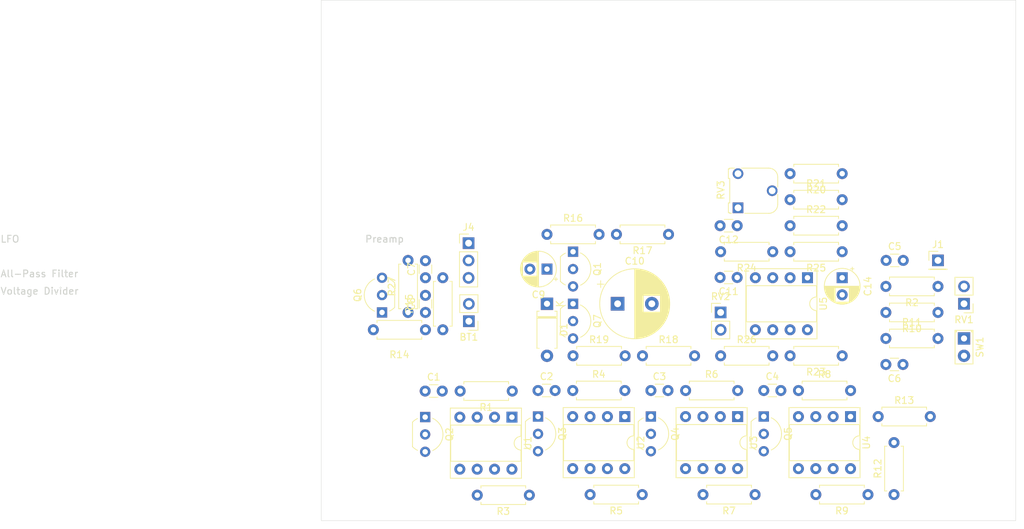
<source format=kicad_pcb>
(kicad_pcb (version 20240108) (generator "pcbnew") (generator_version "8.0")
  (layers (0 "F.Cu" signal) (1 "In1.Cu" signal) (2 "In2.Cu" signal) (31 "B.Cu" signal) (37 "F.SilkS" user "F.Silkscreen") (38 "B.Mask" user) (39 "F.Mask" user) (44 "Edge.Cuts" user))
  (net 0 "")
  (net 1 "+9V")
  (net 2 "Net-(BT1--)")
  (net 3 "Net-(U1-+)")
  (net 4 "A_DRY")
  (net 5 "Net-(U2-+)")
  (net 6 "Net-(Q3-D)")
  (net 7 "Net-(U3-+)")
  (net 8 "Net-(Q4-D)")
  (net 9 "Net-(Q5-D)")
  (net 10 "Net-(U4-+)")
  (net 11 "Net-(C5-Pad1)")
  (net 12 "A_WET")
  (net 13 "Net-(SW1-B)")
  (net 14 "Net-(Q6-B)")
  (net 15 "+4V")
  (net 16 "GND")
  (net 17 "+7V")
  (net 18 "LFO_OUT1")
  (net 19 "Net-(U5--)")
  (net 20 "Net-(C12-Pad2)")
  (net 21 "Net-(C14-Pad1)")
  (net 22 "Net-(D1-K)")
  (net 23 "Net-(Q1-B)")
  (net 24 "Net-(U1--)")
  (net 25 "Net-(U2--)")
  (net 26 "Net-(U3--)")
  (net 27 "Net-(U4--)")
  (net 28 "Net-(R12-Pad1)")
  (net 29 "Net-(R20-Pad2)")
  (net 30 "Net-(R21-Pad1)")
  (net 31 "Net-(U5-+)")
  (net 32 "Net-(R26-Pad1)")
  (net 33 "Net-(SW1-A)")
  (net 49 "4V")
  (net 50 "Net-(R26-Pad2)")
  (net 51 "Net-(J4-T)")
  (net 52 "Net-(J1-T)")
  (footprint "Capacitor_THT:C_Disc_D3.0mm_W1.6mm_P2.50mm" (layer "F.Cu") (at 30.48 60.96 90)
    (property "Reference" "C8" (at 1.25 -2.05 270) (layer "F.SilkS"))
    (property "Value" "102")
    (pad "1" thru_hole circle (at 0 0 90) (size 1.6 1.6) (drill 0.8) (layers "*.Cu" "*.Mask") (net 16 "GND"))
    (pad "2" thru_hole circle (at 2.5 0 90) (size 1.6 1.6) (drill 0.8) (layers "*.Cu" "*.Mask") (net 14 "Net-(Q6-B)"))
  )
  (footprint "Resistor_THT:R_Axial_DIN0207_L6.3mm_D2.5mm_P7.62mm_Horizontal" (layer "F.Cu") (at 81.28 52.07 180)
    (property "Reference" "R24" (at 3.81 -2.37 180) (layer "F.SilkS"))
    (property "Value" "510K")
    (pad "1" thru_hole circle (at 0 0 180) (size 1.6 1.6) (drill 0.8) (layers "*.Cu" "*.Mask") (net 31 "Net-(U5-+)"))
    (pad "2" thru_hole oval (at 7.62 0 180) (size 1.6 1.6) (drill 0.8) (layers "*.Cu" "*.Mask") (net 20 "Net-(C12-Pad2)"))
  )
  (footprint "Resistor_THT:R_Axial_DIN0207_L6.3mm_D2.5mm_P7.62mm_Horizontal" (layer "F.Cu") (at 66.04 49.53 180)
    (property "Reference" "R17" (at 3.81 -2.37 180) (layer "F.SilkS"))
    (property "Value" "47K")
    (pad "1" thru_hole circle (at 0 0 180) (size 1.6 1.6) (drill 0.8) (layers "*.Cu" "*.Mask") (net 23 "Net-(Q1-B)"))
    (pad "2" thru_hole oval (at 7.62 0 180) (size 1.6 1.6) (drill 0.8) (layers "*.Cu" "*.Mask") (net 16 "GND"))
  )
  (footprint "MountingHole:MountingHole_6mm" (layer "F.Cu") (at 111.76 86.36)
    (property "Reference" "REF**" (hide yes))
    (property "Value" "MountingHole_6mm" (hide yes))
    (pad "" np_thru_hole circle (at 0 0) (size 6 6) (drill 6) (layers "*.Cu" "*.Mask"))
  )
  (footprint "Capacitor_THT:C_Disc_D3.0mm_W1.6mm_P2.50mm" (layer "F.Cu") (at 100.33 68.58 180)
    (property "Reference" "C6" (at 1.25 -2.05 180) (layer "F.SilkS"))
    (property "Value" "154")
    (pad "1" thru_hole circle (at 0 0 180) (size 1.6 1.6) (drill 0.8) (layers "*.Cu" "*.Mask") (net 12 "A_WET"))
    (pad "2" thru_hole circle (at 2.5 0 180) (size 1.6 1.6) (drill 0.8) (layers "*.Cu" "*.Mask") (net 13 "Net-(SW1-B)"))
  )
  (footprint "Resistor_THT:R_Axial_DIN0207_L6.3mm_D2.5mm_P7.62mm_Horizontal" (layer "F.Cu") (at 99.02 87.63 90)
    (property "Reference" "R12" (at 3.81 -2.37 270) (layer "F.SilkS"))
    (property "Value" "22K")
    (pad "1" thru_hole circle (at 0 0 90) (size 1.6 1.6) (drill 0.8) (layers "*.Cu" "*.Mask") (net 28 "Net-(R12-Pad1)"))
    (pad "2" thru_hole oval (at 7.62 0 90) (size 1.6 1.6) (drill 0.8) (layers "*.Cu" "*.Mask") (net 12 "A_WET"))
  )
  (footprint "Resistor_THT:R_Axial_DIN0207_L6.3mm_D2.5mm_P7.62mm_Horizontal" (layer "F.Cu") (at 45.68 87.71 180)
    (property "Reference" "R3" (at 3.81 -2.37 180) (layer "F.SilkS"))
    (property "Value" "100K")
    (pad "1" thru_hole circle (at 0 0 180) (size 1.6 1.6) (drill 0.8) (layers "*.Cu" "*.Mask") (net 24 "Net-(U1--)"))
    (pad "2" thru_hole oval (at 7.62 0 180) (size 1.6 1.6) (drill 0.8) (layers "*.Cu" "*.Mask") (net 6 "Net-(Q3-D)"))
  )
  (footprint "Resistor_THT:R_Axial_DIN0207_L6.3mm_D2.5mm_P7.62mm_Horizontal" (layer "F.Cu") (at 83.82 48.26)
    (property "Reference" "R22" (at 3.81 -2.37 0) (layer "F.SilkS"))
    (property "Value" "10K")
    (pad "1" thru_hole circle (at 0 0) (size 1.6 1.6) (drill 0.8) (layers "*.Cu" "*.Mask") (net 30 "Net-(R21-Pad1)"))
    (pad "2" thru_hole oval (at 7.62 0) (size 1.6 1.6) (drill 0.8) (layers "*.Cu" "*.Mask") (net 21 "Net-(C14-Pad1)"))
  )
  (footprint "Capacitor_THT:C_Disc_D3.0mm_W1.6mm_P2.50mm" (layer "F.Cu") (at 46.95 72.39)
    (property "Reference" "C2" (at 1.25 -2.05 0) (layer "F.SilkS"))
    (property "Value" "103")
    (pad "1" thru_hole circle (at 0 0) (size 1.6 1.6) (drill 0.8) (layers "*.Cu" "*.Mask") (net 6 "Net-(Q3-D)"))
    (pad "2" thru_hole circle (at 2.5 0) (size 1.6 1.6) (drill 0.8) (layers "*.Cu" "*.Mask") (net 5 "Net-(U2-+)"))
  )
  (footprint "Capacitor_THT:C_Disc_D3.0mm_W1.6mm_P2.50mm" (layer "F.Cu") (at 79.97 72.39)
    (property "Reference" "C4" (at 1.25 -2.05 0) (layer "F.SilkS"))
    (property "Value" "103")
    (pad "1" thru_hole circle (at 0 0) (size 1.6 1.6) (drill 0.8) (layers "*.Cu" "*.Mask") (net 9 "Net-(Q5-D)"))
    (pad "2" thru_hole circle (at 2.5 0) (size 1.6 1.6) (drill 0.8) (layers "*.Cu" "*.Mask") (net 10 "Net-(U4-+)"))
  )
  (footprint "Package_DIP:DIP-8_W7.62mm_Socket" (layer "F.Cu") (at 86.36 55.88 -90)
    (property "Reference" "U5" (at 3.81 -2.33 90) (layer "F.SilkS"))
    (property "Value" "LM741")
    (pad "1" thru_hole rect (at 0 0 270) (size 1.6 1.6) (drill 0.8) (layers "*.Cu" "*.Mask"))
    (pad "2" thru_hole oval (at 0 2.54 270) (size 1.6 1.6) (drill 0.8) (layers "*.Cu" "*.Mask") (net 19 "Net-(U5--)"))
    (pad "3" thru_hole oval (at 0 5.08 270) (size 1.6 1.6) (drill 0.8) (layers "*.Cu" "*.Mask") (net 31 "Net-(U5-+)"))
    (pad "4" thru_hole oval (at 0 7.62 270) (size 1.6 1.6) (drill 0.8) (layers "*.Cu" "*.Mask") (net 16 "GND"))
    (pad "5" thru_hole oval (at 7.62 7.62 270) (size 1.6 1.6) (drill 0.8) (layers "*.Cu" "*.Mask"))
    (pad "6" thru_hole oval (at 7.62 5.08 270) (size 1.6 1.6) (drill 0.8) (layers "*.Cu" "*.Mask") (net 50 "Net-(R26-Pad2)"))
    (pad "7" thru_hole oval (at 7.62 2.54 270) (size 1.6 1.6) (drill 0.8) (layers "*.Cu" "*.Mask") (net 15 "+4V"))
    (pad "8" thru_hole oval (at 7.62 0 270) (size 1.6 1.6) (drill 0.8) (layers "*.Cu" "*.Mask"))
  )
  (footprint "Capacitor_THT:C_Disc_D3.0mm_W1.6mm_P2.50mm" (layer "F.Cu") (at 97.87 53.34)
    (property "Reference" "C5" (at 1.25 -2.05 360) (layer "F.SilkS"))
    (property "Value" "154")
    (pad "1" thru_hole circle (at 0 0) (size 1.6 1.6) (drill 0.8) (layers "*.Cu" "*.Mask") (net 11 "Net-(C5-Pad1)"))
    (pad "2" thru_hole circle (at 2.5 0) (size 1.6 1.6) (drill 0.8) (layers "*.Cu" "*.Mask") (net 4 "A_DRY"))
  )
  (footprint "Package_TO_SOT_THT:TO-92_Inline_Wide" (layer "F.Cu") (at 46.95 76.2 -90)
    (property "Reference" "Q3" (at 2.54 -3.56 90) (layer "F.SilkS"))
    (property "Value" "2N5457 (JFET)")
    (pad "1" thru_hole rect (at 0 0 270) (size 1.5 1.5) (drill 0.8) (layers "*.Cu" "*.Mask") (net 6 "Net-(Q3-D)"))
    (pad "2" thru_hole circle (at 2.54 0 270) (size 1.5 1.5) (drill 0.8) (layers "*.Cu" "*.Mask") (net 49 "4V"))
    (pad "3" thru_hole circle (at 5.08 0 270) (size 1.5 1.5) (drill 0.8) (layers "*.Cu" "*.Mask") (net 18 "LFO_OUT1"))
  )
  (footprint "Capacitor_THT:C_Disc_D3.0mm_W1.6mm_P2.50mm" (layer "F.Cu") (at 30.48 55.88 90)
    (property "Reference" "C7" (at 1.25 -2.05 270) (layer "F.SilkS"))
    (property "Value" "154")
    (pad "1" thru_hole circle (at 0 0 90) (size 1.6 1.6) (drill 0.8) (layers "*.Cu" "*.Mask") (net 14 "Net-(Q6-B)"))
    (pad "2" thru_hole circle (at 2.5 0 90) (size 1.6 1.6) (drill 0.8) (layers "*.Cu" "*.Mask") (net 51 "Net-(J4-T)"))
  )
  (footprint "MountingHole:MountingHole_6mm" (layer "F.Cu") (at 20.32 35.56)
    (property "Reference" "REF**" (hide yes))
    (property "Value" "MountingHole_6mm" (hide yes))
    (pad "" np_thru_hole circle (at 0 0) (size 6 6) (drill 6) (layers "*.Cu" "*.Mask"))
  )
  (footprint "Resistor_THT:R_Axial_DIN0207_L6.3mm_D2.5mm_P7.62mm_Horizontal" (layer "F.Cu") (at 30.48 63.5 180)
    (property "Reference" "R14" (at 3.81 -3.64 180) (layer "F.SilkS"))
    (property "Value" "10K")
    (pad "1" thru_hole circle (at 0 0 180) (size 1.6 1.6) (drill 0.8) (layers "*.Cu" "*.Mask") (net 16 "GND"))
    (pad "2" thru_hole oval (at 7.62 0 180) (size 1.6 1.6) (drill 0.8) (layers "*.Cu" "*.Mask") (net 4 "A_DRY"))
  )
  (footprint "Resistor_THT:R_Axial_DIN0207_L6.3mm_D2.5mm_P7.62mm_Horizontal" (layer "F.Cu") (at 27.94 60.96 90)
    (property "Reference" "R27" (at 3.81 -2.37 270) (layer "F.SilkS"))
    (property "Value" "43K")
    (pad "1" thru_hole circle (at 0 0 90) (size 1.6 1.6) (drill 0.8) (layers "*.Cu" "*.Mask") (net 14 "Net-(Q6-B)"))
    (pad "2" thru_hole oval (at 7.62 0 90) (size 1.6 1.6) (drill 0.8) (layers "*.Cu" "*.Mask") (net 17 "+7V"))
  )
  (footprint "Resistor_THT:R_Axial_DIN0207_L6.3mm_D2.5mm_P7.62mm_Horizontal" (layer "F.Cu") (at 96.705 76.2)
    (property "Reference" "R13" (at 3.81 -2.37 0) (layer "F.SilkS"))
    (property "Value" "22K")
    (pad "1" thru_hole circle (at 0 0) (size 1.6 1.6) (drill 0.8) (layers "*.Cu" "*.Mask") (net 49 "4V"))
    (pad "2" thru_hole oval (at 7.62 0) (size 1.6 1.6) (drill 0.8) (layers "*.Cu" "*.Mask") (net 28 "Net-(R12-Pad1)"))
  )
  (footprint "MountingHole:MountingHole_6mm" (layer "F.Cu") (at 20.32 86.36)
    (property "Reference" "REF**" (hide yes))
    (property "Value" "MountingHole_6mm" (hide yes))
    (pad "" np_thru_hole circle (at 0 0) (size 6 6) (drill 6) (layers "*.Cu" "*.Mask"))
  )
  (footprint "Diode_THT:D_A-405_P7.62mm_Horizontal" (layer "F.Cu") (at 48.26 59.69 -90)
    (property "Reference" "D1" (at 3.81 -2.47 90) (layer "F.SilkS"))
    (property "Value" "D_Zener 7.5V")
    (fp_text user "K" (at 0 -1.9 90) (layer "F.SilkS"))
    (pad "1" thru_hole rect (at 0 0 270) (size 1.8 1.8) (drill 0.9) (layers "*.Cu" "*.Mask") (net 22 "Net-(D1-K)"))
    (pad "2" thru_hole oval (at 7.62 0 270) (size 1.8 1.8) (drill 0.9) (layers "*.Cu" "*.Mask") (net 16 "GND"))
  )
  (footprint "Package_TO_SOT_THT:TO-92_Inline_Wide" (layer "F.Cu") (at 52.07 59.69 -90)
    (property "Reference" "Q7" (at 2.54 -3.56 90) (layer "F.SilkS"))
    (property "Value" "2N3904")
    (pad "1" thru_hole rect (at 0 0 270) (size 1.5 1.5) (drill 0.8) (layers "*.Cu" "*.Mask") (net 17 "+7V"))
    (pad "2" thru_hole circle (at 2.54 0 270) (size 1.5 1.5) (drill 0.8) (layers "*.Cu" "*.Mask") (net 22 "Net-(D1-K)"))
    (pad "3" thru_hole circle (at 5.08 0 270) (size 1.5 1.5) (drill 0.8) (layers "*.Cu" "*.Mask") (net 1 "+9V"))
  )
  (footprint "Package_TO_SOT_THT:TO-92_Inline_Wide" (layer "F.Cu") (at 63.46 76.2 -90)
    (property "Reference" "Q4" (at 2.54 -3.56 90) (layer "F.SilkS"))
    (property "Value" "2N5457 (JFET)")
    (pad "1" thru_hole rect (at 0 0 270) (size 1.5 1.5) (drill 0.8) (layers "*.Cu" "*.Mask") (net 8 "Net-(Q4-D)"))
    (pad "2" thru_hole circle (at 2.54 0 270) (size 1.5 1.5) (drill 0.8) (layers "*.Cu" "*.Mask") (net 49 "4V"))
    (pad "3" thru_hole circle (at 5.08 0 270) (size 1.5 1.5) (drill 0.8) (layers "*.Cu" "*.Mask") (net 18 "LFO_OUT1"))
  )
  (footprint "Resistor_THT:R_Axial_DIN0207_L6.3mm_D2.5mm_P7.62mm_Horizontal" (layer "F.Cu") (at 95.21 87.63 180)
    (property "Reference" "R9" (at 3.81 -2.37 180) (layer "F.SilkS"))
    (property "Value" "100K")
    (pad "1" thru_hole circle (at 0 0 180) (size 1.6 1.6) (drill 0.8) (layers "*.Cu" "*.Mask") (net 27 "Net-(U4--)"))
    (pad "2" thru_hole oval (at 7.62 0 180) (size 1.6 1.6) (drill 0.8) (layers "*.Cu" "*.Mask") (net 28 "Net-(R12-Pad1)"))
  )
  (footprint "Resistor_THT:R_Axial_DIN0207_L6.3mm_D2.5mm_P7.62mm_Horizontal" (layer "F.Cu") (at 78.7 87.63 180)
    (property "Reference" "R7" (at 3.81 -2.37 180) (layer "F.SilkS"))
    (property "Value" "100K")
    (pad "1" thru_hole circle (at 0 0 180) (size 1.6 1.6) (drill 0.8) (layers "*.Cu" "*.Mask") (net 26 "Net-(U3--)"))
    (pad "2" thru_hole oval (at 7.62 0 180) (size 1.6 1.6) (drill 0.8) (layers "*.Cu" "*.Mask") (net 9 "Net-(Q5-D)"))
  )
  (footprint "Resistor_THT:R_Axial_DIN0207_L6.3mm_D2.5mm_P7.62mm_Horizontal" (layer "F.Cu") (at 85.05 72.39)
    (property "Reference" "R8" (at 3.81 -2.37 360) (layer "F.SilkS"))
    (property "Value" "100K")
    (pad "1" thru_hole circle (at 0 0) (size 1.6 1.6) (drill 0.8) (layers "*.Cu" "*.Mask") (net 9 "Net-(Q5-D)"))
    (pad "2" thru_hole oval (at 7.62 0) (size 1.6 1.6) (drill 0.8) (layers "*.Cu" "*.Mask") (net 27 "Net-(U4--)"))
  )
  (footprint "Resistor_THT:R_Axial_DIN0207_L6.3mm_D2.5mm_P7.62mm_Horizontal" (layer "F.Cu") (at 33.02 63.5 90)
    (property "Reference" "R15" (at 3.81 -4.91 270) (layer "F.SilkS"))
    (property "Value" "100K")
    (pad "1" thru_hole circle (at 0 0 90) (size 1.6 1.6) (drill 0.8) (layers "*.Cu" "*.Mask") (net 16 "GND"))
    (pad "2" thru_hole oval (at 7.62 0 90) (size 1.6 1.6) (drill 0.8) (layers "*.Cu" "*.Mask") (net 14 "Net-(Q6-B)"))
  )
  (footprint "Package_DIP:DIP-8_W7.62mm_Socket" (layer "F.Cu") (at 43.13 76.29 -90)
    (property "Reference" "U1" (at 3.81 -2.33 90) (layer "F.SilkS"))
    (property "Value" "LM741")
    (pad "1" thru_hole rect (at 0 0 270) (size 1.6 1.6) (drill 0.8) (layers "*.Cu" "*.Mask"))
    (pad "2" thru_hole oval (at 0 2.54 270) (size 1.6 1.6) (drill 0.8) (layers "*.Cu" "*.Mask") (net 24 "Net-(U1--)"))
    (pad "3" thru_hole oval (at 0 5.08 270) (size 1.6 1.6) (drill 0.8) (layers "*.Cu" "*.Mask") (net 3 "Net-(U1-+)"))
    (pad "4" thru_hole oval (at 0 7.62 270) (size 1.6 1.6) (drill 0.8) (layers "*.Cu" "*.Mask") (net 16 "GND"))
    (pad "5" thru_hole oval (at 7.62 7.62 270) (size 1.6 1.6) (drill 0.8) (layers "*.Cu" "*.Mask"))
    (pad "6" thru_hole oval (at 7.62 5.08 270) (size 1.6 1.6) (drill 0.8) (layers "*.Cu" "*.Mask") (net 6 "Net-(Q3-D)"))
    (pad "7" thru_hole oval (at 7.62 2.54 270) (size 1.6 1.6) (drill 0.8) (layers "*.Cu" "*.Mask") (net 17 "+7V"))
    (pad "8" thru_hole oval (at 7.62 0 270) (size 1.6 1.6) (drill 0.8) (layers "*.Cu" "*.Mask"))
  )
  (footprint "Package_TO_SOT_THT:TO-92_Inline_Wide" (layer "F.Cu") (at 79.97 76.2 -90)
    (property "Reference" "Q5" (at 2.54 -3.56 90) (layer "F.SilkS"))
    (property "Value" "2N5457 (JFET)")
    (pad "1" thru_hole rect (at 0 0 270) (size 1.5 1.5) (drill 0.8) (layers "*.Cu" "*.Mask") (net 9 "Net-(Q5-D)"))
    (pad "2" thru_hole circle (at 2.54 0 270) (size 1.5 1.5) (drill 0.8) (layers "*.Cu" "*.Mask") (net 49 "4V"))
    (pad "3" thru_hole circle (at 5.08 0 270) (size 1.5 1.5) (drill 0.8) (layers "*.Cu" "*.Mask") (net 18 "LFO_OUT1"))
  )
  (footprint "Potentiometer_THT:Potentiometer_Runtron_RM-065_Vertical" (layer "F.Cu") (at 76.2 45.64 90)
    (property "Reference" "RV3" (at 2.6 -2.5 270) (layer "F.SilkS"))
    (property "Value" "100K")
    (pad "1" thru_hole rect (at 0 0 90) (size 1.56 1.56) (drill 1) (layers "*.Cu" "*.Mask") (net 15 "+4V"))
    (pad "2" thru_hole circle (at 2.5 5 90) (size 1.56 1.56) (drill 1) (layers "*.Cu" "*.Mask") (net 29 "Net-(R20-Pad2)"))
    (pad "3" thru_hole circle (at 5 0 90) (size 1.56 1.56) (drill 1) (layers "*.Cu" "*.Mask") (net 16 "GND"))
  )
  (footprint "Resistor_THT:R_Axial_DIN0207_L6.3mm_D2.5mm_P7.62mm_Horizontal" (layer "F.Cu") (at 52.07 67.31)
    (property "Reference" "R19" (at 3.81 -2.37 360) (layer "F.SilkS"))
    (property "Value" "2.2K")
    (pad "1" thru_hole circle (at 0 0) (size 1.6 1.6) (drill 0.8) (layers "*.Cu" "*.Mask") (net 1 "+9V"))
    (pad "2" thru_hole oval (at 7.62 0) (size 1.6 1.6) (drill 0.8) (layers "*.Cu" "*.Mask") (net 22 "Net-(D1-K)"))
  )
  (footprint "Capacitor_THT:C_Disc_D3.0mm_W1.6mm_P2.50mm" (layer "F.Cu") (at 30.44 72.47)
    (property "Reference" "C1" (at 1.25 -2.05 0) (layer "F.SilkS"))
    (property "Value" "103")
    (pad "1" thru_hole circle (at 0 0) (size 1.6 1.6) (drill 0.8) (layers "*.Cu" "*.Mask") (net 4 "A_DRY"))
    (pad "2" thru_hole circle (at 2.5 0) (size 1.6 1.6) (drill 0.8) (layers "*.Cu" "*.Mask") (net 3 "Net-(U1-+)"))
  )
  (footprint "Resistor_THT:R_Axial_DIN0207_L6.3mm_D2.5mm_P7.62mm_Horizontal" (layer "F.Cu") (at 105.45 57.15 180)
    (property "Reference" "R2" (at 3.81 -2.37 180) (layer "F.SilkS"))
    (property "Value" "2.2K")
    (pad "1" thru_hole circle (at 0 0 180) (size 1.6 1.6) (drill 0.8) (layers "*.Cu" "*.Mask") (net 52 "Net-(J1-T)"))
    (pad "2" thru_hole oval (at 7.62 0 180) (size 1.6 1.6) (drill 0.8) (layers "*.Cu" "*.Mask") (net 11 "Net-(C5-Pad1)"))
  )
  (footprint "Package_TO_SOT_THT:TO-92_Inline_Wide" (layer "F.Cu") (at 30.44 76.28 -90)
    (property "Reference" "Q2" (at 2.54 -3.56 90) (layer "F.SilkS"))
    (property "Value" "2N5457 (JFET)")
    (pad "1" thru_hole rect (at 0 0 270) (size 1.5 1.5) (drill 0.8) (layers "*.Cu" "*.Mask") (net 4 "A_DRY"))
    (pad "2" thru_hole circle (at 2.54 0 270) (size 1.5 1.5) (drill 0.8) (layers "*.Cu" "*.Mask") (net 49 "4V"))
    (pad "3" thru_hole circle (at 5.08 0 270) (size 1.5 1.5) (drill 0.8) (layers "*.Cu" "*.Mask") (net 18 "LFO_OUT1"))
  )
  (footprint "Capacitor_THT:CP_Radial_D5.0mm_P2.50mm" (layer "F.Cu") (at 91.44 55.88 -90)
    (property "Reference" "C14" (at 1.25 -3.75 90) (layer "F.SilkS"))
    (property "Value" "10µF")
    (pad "1" thru_hole rect (at 0 0 270) (size 1.6 1.6) (drill 0.8) (layers "*.Cu" "*.Mask") (net 21 "Net-(C14-Pad1)"))
    (pad "2" thru_hole circle (at 2.5 0 270) (size 1.6 1.6) (drill 0.8) (layers "*.Cu" "*.Mask") (net 16 "GND"))
  )
  (footprint "Resistor_THT:R_Axial_DIN0207_L6.3mm_D2.5mm_P7.62mm_Horizontal" (layer "F.Cu") (at 62.19 87.63 180)
    (property "Reference" "R5" (at 3.81 -2.37 180) (layer "F.SilkS"))
    (property "Value" "100K")
    (pad "1" thru_hole circle (at 0 0 180) (size 1.6 1.6) (drill 0.8) (layers "*.Cu" "*.Mask") (net 25 "Net-(U2--)"))
    (pad "2" thru_hole oval (at 7.62 0 180) (size 1.6 1.6) (drill 0.8) (layers "*.Cu" "*.Mask") (net 8 "Net-(Q4-D)"))
  )
  (footprint "Connector_PinHeader_2.54mm:PinHeader_1x02_P2.54mm_Vertical" (layer "F.Cu") (at 109.26 59.69 180)
    (property "Reference" "RV1" (at 0 -2.33 180) (layer "F.SilkS"))
    (property "Value" "50K")
    (pad "1" thru_hole rect (at 0 0 180) (size 1.7 1.7) (drill 1) (layers "*.Cu" "*.Mask") (net 33 "Net-(SW1-A)"))
    (pad "2" thru_hole oval (at 0 2.54 180) (size 1.7 1.7) (drill 1) (layers "*.Cu" "*.Mask") (net 52 "Net-(J1-T)"))
  )
  (footprint "Package_DIP:DIP-8_W7.62mm_Socket" (layer "F.Cu") (at 92.66 76.21 -90)
    (property "Reference" "U4" (at 3.81 -2.33 90) (layer "F.SilkS"))
    (property "Value" "LM741")
    (pad "1" thru_hole rect (at 0 0 270) (size 1.6 1.6) (drill 0.8) (layers "*.Cu" "*.Mask"))
    (pad "2" thru_hole oval (at 0 2.54 270) (size 1.6 1.6) (drill 0.8) (layers "*.Cu" "*.Mask") (net 27 "Net-(U4--)"))
    (pad "3" thru_hole oval (at 0 5.08 270) (size 1.6 1.6) (drill 0.8) (layers "*.Cu" "*.Mask") (net 10 "Net-(U4-+)"))
    (pad "4" thru_hole oval (at 0 7.62 270) (size 1.6 1.6) (drill 0.8) (layers "*.Cu" "*.Mask") (net 16 "GND"))
    (pad "5" thru_hole oval (at 7.62 7.62 270) (size 1.6 1.6) (drill 0.8) (layers "*.Cu" "*.Mask"))
    (pad "6" thru_hole oval (at 7.62 5.08 270) (size 1.6 1.6) (drill 0.8) (layers "*.Cu" "*.Mask") (net 12 "A_WET"))
    (pad "7" thru_hole oval (at 7.62 2.54 270) (size 1.6 1.6) (drill 0.8) (layers "*.Cu" "*.Mask") (net 17 "+7V"))
    (pad "8" thru_hole oval (at 7.62 0 270) (size 1.6 1.6) (drill 0.8) (layers "*.Cu" "*.Mask"))
  )
  (footprint "Resistor_THT:R_Axial_DIN0207_L6.3mm_D2.5mm_P7.62mm_Horizontal" (layer "F.Cu") (at 97.83 64.77)
    (property "Reference" "R11" (at 3.81 -2.37 360) (layer "F.SilkS"))
    (property "Value" "100K")
    (pad "1" thru_hole circle (at 0 0) (size 1.6 1.6) (drill 0.8) (layers "*.Cu" "*.Mask") (net 13 "Net-(SW1-B)"))
    (pad "2" thru_hole oval (at 7.62 0) (size 1.6 1.6) (drill 0.8) (layers "*.Cu" "*.Mask") (net 16 "GND"))
  )
  (footprint "Capacitor_THT:C_Disc_D3.0mm_W1.6mm_P2.50mm" (layer "F.Cu") (at 63.46 72.39)
    (property "Reference" "C3" (at 1.25 -2.05 0) (layer "F.SilkS"))
    (property "Value" "103")
    (pad "1" thru_hole circle (at 0 0) (size 1.6 1.6) (drill 0.8) (layers "*.Cu" "*.Mask") (net 8 "Net-(Q4-D)"))
    (pad "2" thru_hole circle (at 2.5 0) (size 1.6 1.6) (drill 0.8) (layers "*.Cu" "*.Mask") (net 7 "Net-(U3-+)"))
  )
  (footprint "Capacitor_THT:C_Disc_D3.0mm_W1.6mm_P2.50mm" (layer "F.Cu") (at 76.08 55.84 180)
    (property "Reference" "C11" (at 1.25 -2.05 180) (layer "F.SilkS"))
    (property "Value" "334")
    (pad "1" thru_hole circle (at 0 0 180) (size 1.6 1.6) (drill 0.8) (layers "*.Cu" "*.Mask") (net 16 "GND"))
    (pad "2" thru_hole circle (at 2.5 0 180) (size 1.6 1.6) (drill 0.8) (layers "*.Cu" "*.Mask") (net 18 "LFO_OUT1"))
  )
  (footprint "Resistor_THT:R_Axial_DIN0207_L6.3mm_D2.5mm_P7.62mm_Horizontal" (layer "F.Cu") (at 52.03 72.39)
    (property "Reference" "R4" (at 3.81 -2.37 360) (layer "F.SilkS"))
    (property "Value" "100K")
    (pad "1" thru_hole circle (at 0 0) (size 1.6 1.6) (drill 0.8) (layers "*.Cu" "*.Mask") (net 6 "Net-(Q3-D)"))
    (pad "2" thru_hole oval (at 7.62 0) (size 1.6 1.6) (drill 0.8) (layers "*.Cu" "*.Mask") (net 25 "Net-(U2--)"))
  )
  (footprint "Resistor_THT:R_Axial_DIN0207_L6.3mm_D2.5mm_P7.62mm_Horizontal" (layer "F.Cu") (at 68.54 72.39)
    (property "Reference" "R6" (at 3.81 -2.37 360) (layer "F.SilkS"))
    (property "Value" "100K")
    (pad "1" thru_hole circle (at 0 0) (size 1.6 1.6) (drill 0.8) (layers "*.Cu" "*.Mask") (net 8 "Net-(Q4-D)"))
    (pad "2" thru_hole oval (at 7.62 0) (size 1.6 1.6) (drill 0.8) (layers "*.Cu" "*.Mask") (net 26 "Net-(U3--)"))
  )
  (footprint "Resistor_THT:R_Axial_DIN0207_L6.3mm_D2.5mm_P7.62mm_Horizontal" (layer "F.Cu") (at 105.45 60.96 180)
    (property "Reference" "R10" (at 3.81 -2.37 180) (layer "F.SilkS"))
    (property "Value" "100K")
    (pad "1" thru_hole circle (at 0 0 180) (size 1.6 1.6) (drill 0.8) (layers "*.Cu" "*.Mask") (net 16 "GND"))
    (pad "2" thru_hole oval (at 7.62 0 180) (size 1.6 1.6) (drill 0.8) (layers "*.Cu" "*.Mask") (net 11 "Net-(C5-Pad1)"))
  )
  (footprint "MountingHole:MountingHole_6mm" (layer "F.Cu") (at 111.76 35.56)
    (property "Reference" "REF**" (hide yes))
    (property "Value" "MountingHole_6mm" (hide yes))
    (pad "" np_thru_hole circle (at 0 0) (size 6 6) (drill 6) (layers "*.Cu" "*.Mask"))
  )
  (footprint "Capacitor_THT:CP_Radial_D5.0mm_P2.50mm" (layer "F.Cu") (at 48.26 54.61 180)
    (property "Reference" "C9" (at 1.25 -3.75 180) (layer "F.SilkS"))
    (property "Value" "22µF")
    (pad "1" thru_hole rect (at 0 0 180) (size 1.6 1.6) (drill 0.8) (layers "*.Cu" "*.Mask") (net 15 "+4V"))
    (pad "2" thru_hole circle (at 2.5 0 180) (size 1.6 1.6) (drill 0.8) (layers "*.Cu" "*.Mask") (net 16 "GND"))
  )
  (footprint "Package_TO_SOT_THT:TO-92_Inline_Wide" (layer "F.Cu") (at 24.13 60.96 90)
    (property "Reference" "Q6" (at 2.54 -3.56 270) (layer "F.SilkS"))
    (property "Value" "2N3904")
    (pad "1" thru_hole rect (at 0 0 90) (size 1.5 1.5) (drill 0.8) (layers "*.Cu" "*.Mask") (net 4 "A_DRY"))
    (pad "2" thru_hole circle (at 2.54 0 90) (size 1.5 1.5) (drill 0.8) (layers "*.Cu" "*.Mask") (net 14 "Net-(Q6-B)"))
    (pad "3" thru_hole circle (at 5.08 0 90) (size 1.5 1.5) (drill 0.8) (layers "*.Cu" "*.Mask") (net 17 "+7V"))
  )
  (footprint "Resistor_THT:R_Axial_DIN0207_L6.3mm_D2.5mm_P7.62mm_Horizontal" (layer "F.Cu") (at 43.18 72.47 180)
    (property "Reference" "R1" (at 3.81 -2.37 180) (layer "F.SilkS"))
    (property "Value" "100K")
    (pad "1" thru_hole circle (at 0 0 180) (size 1.6 1.6) (drill 0.8) (layers "*.Cu" "*.Mask") (net 4 "A_DRY"))
    (pad "2" thru_hole oval (at 7.62 0 180) (size 1.6 1.6) (drill 0.8) (layers "*.Cu" "*.Mask") (net 24 "Net-(U1--)"))
  )
  (footprint "Capacitor_THT:CP_Radial_D10.0mm_P5.00mm" (layer "F.Cu") (at 58.592323 59.69)
    (property "Reference" "C10" (at 2.5 -6.25 0) (layer "F.SilkS"))
    (property "Value" "220µF")
    (pad "1" thru_hole rect (at 0 0) (size 2 2) (drill 1) (layers "*.Cu" "*.Mask") (net 17 "+7V"))
    (pad "2" thru_hole circle (at 5 0) (size 2 2) (drill 1) (layers "*.Cu" "*.Mask") (net 16 "GND"))
  )
  (footprint "Connector_PinHeader_2.54mm:PinHeader_1x02_P2.54mm_Vertical" (layer "F.Cu") (at 36.83 62.245 180)
    (property "Reference" "BT1" (at 0 -2.33 180) (layer "F.SilkS"))
    (property "Value" "9V")
    (pad "1" thru_hole rect (at 0 0 180) (size 1.7 1.7) (drill 1) (layers "*.Cu" "*.Mask") (net 1 "+9V"))
    (pad "2" thru_hole oval (at 0 2.54 180) (size 1.7 1.7) (drill 1) (layers "*.Cu" "*.Mask") (net 2 "Net-(BT1--)"))
  )
  (footprint "Capacitor_THT:C_Disc_D3.0mm_W1.6mm_P2.50mm" (layer "F.Cu") (at 76.08 48.26 180)
    (property "Reference" "C12" (at 1.25 -2.05 180) (layer "F.SilkS"))
    (property "Value" "223")
    (pad "1" thru_hole circle (at 0 0 180) (size 1.6 1.6) (drill 0.8) (layers "*.Cu" "*.Mask") (net 19 "Net-(U5--)"))
    (pad "2" thru_hole circle (at 2.5 0 180) (size 1.6 1.6) (drill 0.8) (layers "*.Cu" "*.Mask") (net 20 "Net-(C12-Pad2)"))
  )
  (footprint "Connector_PinHeader_2.54mm:PinHeader_1x03_P2.54mm_Vertical" (layer "F.Cu") (at 36.79 50.815)
    (property "Reference" "J4" (at 0 -2.33 0) (layer "F.SilkS"))
    (property "Value" "Audio In")
    (pad "1" thru_hole rect (at 0 0) (size 1.7 1.7) (drill 1) (layers "*.Cu" "*.Mask") (net 51 "Net-(J4-T)"))
    (pad "2" thru_hole oval (at 0 2.54) (size 1.7 1.7) (drill 1) (layers "*.Cu" "*.Mask") (net 16 "GND"))
    (pad "3" thru_hole oval (at 0 5.08) (size 1.7 1.7) (drill 1) (layers "*.Cu" "*.Mask") (net 2 "Net-(BT1--)"))
  )
  (footprint "Connector_PinHeader_2.54mm:PinHeader_1x02_P2.54mm_Vertical" (layer "F.Cu") (at 73.66 60.96)
    (property "Reference" "RV2" (at 0 -2.33 0) (layer "F.SilkS"))
    (property "Value" "50K")
    (pad "1" thru_hole rect (at 0 0) (size 1.7 1.7) (drill 1) (layers "*.Cu" "*.Mask") (net 30 "Net-(R21-Pad1)"))
    (pad "2" thru_hole oval (at 0 2.54) (size 1.7 1.7) (drill 1) (layers "*.Cu" "*.Mask") (net 32 "Net-(R26-Pad1)"))
  )
  (footprint "Resistor_THT:R_Axial_DIN0207_L6.3mm_D2.5mm_P7.62mm_Horizontal" (layer "F.Cu") (at 91.44 67.31 180)
    (property "Reference" "R23" (at 3.81 -2.37 180) (layer "F.SilkS"))
    (property "Value" "150K")
    (pad "1" thru_hole circle (at 0 0 180) (size 1.6 1.6) (drill 0.8) (layers "*.Cu" "*.Mask") (net 31 "Net-(U5-+)"))
    (pad "2" thru_hole oval (at 7.62 0 180) (size 1.6 1.6) (drill 0.8) (layers "*.Cu" "*.Mask") (net 15 "+4V"))
  )
  (footprint "Connector_PinHeader_2.54mm:PinHeader_1x01_P2.54mm_Vertical" (layer "F.Cu") (at 105.45 53.34)
    (property "Reference" "J1" (at 0 -2.33 360) (layer "F.SilkS"))
    (property "Value" "Audio  Out")
    (pad "1" thru_hole rect (at 0 0) (size 1.7 1.7) (drill 1) (layers "*.Cu" "*.Mask") (net 52 "Net-(J1-T)"))
  )
  (footprint "Resistor_THT:R_Axial_DIN0207_L6.3mm_D2.5mm_P7.62mm_Horizontal" (layer "F.Cu") (at 73.66 67.31)
    (property "Reference" "R26" (at 3.81 -2.37 0) (layer "F.SilkS"))
    (property "Value" "5.1K")
    (pad "1" thru_hole circle (at 0 0) (size 1.6 1.6) (drill 0.8) (layers "*.Cu" "*.Mask") (net 32 "Net-(R26-Pad1)"))
    (pad "2" thru_hole oval (at 7.62 0) (size 1.6 1.6) (drill 0.8) (layers "*.Cu" "*.Mask") (net 50 "Net-(R26-Pad2)"))
  )
  (footprint "Resistor_THT:R_Axial_DIN0207_L6.3mm_D2.5mm_P7.62mm_Horizontal" (layer "F.Cu") (at 83.82 44.45)
    (property "Reference" "R21" (at 3.81 -2.37 0) (layer "F.SilkS"))
    (property "Value" "510K")
    (pad "1" thru_hole circle (at 0 0) (size 1.6 1.6) (drill 0.8) (layers "*.Cu" "*.Mask") (net 30 "Net-(R21-Pad1)"))
    (pad "2" thru_hole oval (at 7.62 0) (size 1.6 1.6) (drill 0.8) (layers "*.Cu" "*.Mask") (net 18 "LFO_OUT1"))
  )
  (footprint "Package_DIP:DIP-8_W7.62mm_Socket" (layer "F.Cu") (at 59.64 76.21 -90)
    (property "Reference" "U2" (at 3.81 -2.33 90) (layer "F.SilkS"))
    (property "Value" "LM741")
    (pad "1" thru_hole rect (at 0 0 270) (size 1.6 1.6) (drill 0.8) (layers "*.Cu" "*.Mask"))
    (pad "2" thru_hole oval (at 0 2.54 270) (size 1.6 1.6) (drill 0.8) (layers "*.Cu" "*.Mask") (net 25 "Net-(U2--)"))
    (pad "3" thru_hole oval (at 0 5.08 270) (size 1.6 1.6) (drill 0.8) (layers "*.Cu" "*.Mask") (net 5 "Net-(U2-+)"))
    (pad "4" thru_hole oval (at 0 7.62 270) (size 1.6 1.6) (drill 0.8) (layers "*.Cu" "*.Mask") (net 16 "GND"))
    (pad "5" thru_hole oval (at 7.62 7.62 270) (size 1.6 1.6) (drill 0.8) (layers "*.Cu" "*.Mask"))
    (pad "6" thru_hole oval (at 7.62 5.08 270) (size 1.6 1.6) (drill 0.8) (layers "*.Cu" "*.Mask") (net 8 "Net-(Q4-D)"))
    (pad "7" thru_hole oval (at 7.62 2.54 270) (size 1.6 1.6) (drill 0.8) (layers "*.Cu" "*.Mask") (net 17 "+7V"))
    (pad "8" thru_hole oval (at 7.62 0 270) (size 1.6 1.6) (drill 0.8) (layers "*.Cu" "*.Mask"))
  )
  (footprint "Resistor_THT:R_Axial_DIN0207_L6.3mm_D2.5mm_P7.62mm_Horizontal" (layer "F.Cu") (at 91.44 40.64 180)
    (property "Reference" "R20" (at 3.81 -2.37 180) (layer "F.SilkS"))
    (property "Value" "390K")
    (pad "1" thru_hole circle (at 0 0 180) (size 1.6 1.6) (drill 0.8) (layers "*.Cu" "*.Mask") (net 18 "LFO_OUT1"))
    (pad "2" thru_hole oval (at 7.62 0 180) (size 1.6 1.6) (drill 0.8) (layers "*.Cu" "*.Mask") (net 29 "Net-(R20-Pad2)"))
  )
  (footprint "Package_DIP:DIP-8_W7.62mm_Socket" (layer "F.Cu") (at 76.15 76.21 -90)
    (property "Reference" "U3" (at 3.81 -2.33 90) (layer "F.SilkS"))
    (property "Value" "LM741")
    (pad "1" thru_hole rect (at 0 0 270) (size 1.6 1.6) (drill 0.8) (layers "*.Cu" "*.Mask"))
    (pad "2" thru_hole oval (at 0 2.54 270) (size 1.6 1.6) (drill 0.8) (layers "*.Cu" "*.Mask") (net 26 "Net-(U3--)"))
    (pad "3" thru_hole oval (at 0 5.08 270) (size 1.6 1.6) (drill 0.8) (layers "*.Cu" "*.Mask") (net 7 "Net-(U3-+)"))
    (pad "4" thru_hole oval (at 0 7.62 270) (size 1.6 1.6) (drill 0.8) (layers "*.Cu" "*.Mask") (net 16 "GND"))
    (pad "5" thru_hole oval (at 7.62 7.62 270) (size 1.6 1.6) (drill 0.8) (layers "*.Cu" "*.Mask"))
    (pad "6" thru_hole oval (at 7.62 5.08 270) (size 1.6 1.6) (drill 0.8) (layers "*.Cu" "*.Mask") (net 9 "Net-(Q5-D)"))
    (pad "7" thru_hole oval (at 7.62 2.54 270) (size 1.6 1.6) (drill 0.8) (layers "*.Cu" "*.Mask") (net 17 "+7V"))
    (pad "8" thru_hole oval (at 7.62 0 270) (size 1.6 1.6) (drill 0.8) (layers "*.Cu" "*.Mask"))
  )
  (footprint "Resistor_THT:R_Axial_DIN0207_L6.3mm_D2.5mm_P7.62mm_Horizontal" (layer "F.Cu") (at 48.26 49.53)
    (property "Reference" "R16" (at 3.81 -2.37 360) (layer "F.SilkS"))
    (property "Value" "22K")
    (pad "1" thru_hole circle (at 0 0) (size 1.6 1.6) (drill 0.8) (layers "*.Cu" "*.Mask") (net 15 "+4V"))
    (pad "2" thru_hole oval (at 7.62 0) (size 1.6 1.6) (drill 0.8) (layers "*.Cu" "*.Mask") (net 16 "GND"))
  )
  (footprint "LED_THT:LED_D2.0mm_W4.8mm_H2.5mm_FlatTop" (layer "F.Cu") (at 109.26 64.77 -90)
    (property "Reference" "SW1" (at 1.27 -2.31 90) (layer "F.SilkS"))
    (property "Value" "SW_SPST")
    (pad "1" thru_hole rect (at 0 0 270) (size 1.8 1.8) (drill 0.9) (layers "*.Cu" "*.Mask") (net 33 "Net-(SW1-A)"))
    (pad "2" thru_hole circle (at 2.54 0 270) (size 1.8 1.8) (drill 0.9) (layers "*.Cu" "*.Mask") (net 13 "Net-(SW1-B)"))
  )
  (footprint "Resistor_THT:R_Axial_DIN0207_L6.3mm_D2.5mm_P7.62mm_Horizontal" (layer "F.Cu") (at 91.44 52.07 180)
    (property "Reference" "R25" (at 3.81 -2.37 180) (layer "F.SilkS"))
    (property "Value" "150K")
    (pad "1" thru_hole circle (at 0 0 180) (size 1.6 1.6) (drill 0.8) (layers "*.Cu" "*.Mask") (net 21 "Net-(C14-Pad1)"))
    (pad "2" thru_hole oval (at 7.62 0 180) (size 1.6 1.6) (drill 0.8) (layers "*.Cu" "*.Mask") (net 19 "Net-(U5--)"))
  )
  (footprint "Resistor_THT:R_Axial_DIN0207_L6.3mm_D2.5mm_P7.62mm_Horizontal" (layer "F.Cu") (at 62.23 67.31)
    (property "Reference" "R18" (at 3.81 -2.37 360) (layer "F.SilkS"))
    (property "Value" "22K")
    (pad "1" thru_hole circle (at 0 0) (size 1.6 1.6) (drill 0.8) (layers "*.Cu" "*.Mask") (net 17 "+7V"))
    (pad "2" thru_hole oval (at 7.62 0) (size 1.6 1.6) (drill 0.8) (layers "*.Cu" "*.Mask") (net 23 "Net-(Q1-B)"))
  )
  (footprint "Package_TO_SOT_THT:TO-92_Inline_Wide" (layer "F.Cu") (at 52.07 52.07 -90)
    (property "Reference" "Q1" (at 2.54 -3.56 90) (layer "F.SilkS"))
    (property "Value" "2N3904")
    (pad "1" thru_hole rect (at 0 0 270) (size 1.5 1.5) (drill 0.8) (layers "*.Cu" "*.Mask") (net 15 "+4V"))
    (pad "2" thru_hole circle (at 2.54 0 270) (size 1.5 1.5) (drill 0.8) (layers "*.Cu" "*.Mask") (net 23 "Net-(Q1-B)"))
    (pad "3" thru_hole circle (at 5.08 0 270) (size 1.5 1.5) (drill 0.8) (layers "*.Cu" "*.Mask") (net 17 "+7V"))
  )
  (gr_rect (start 15.24 15.24) (end 116.84 91.44) (stroke (width 0.05)) (fill none) (layer "Edge.Cuts"))
  (gr_text "Preamp" (at 21.59 50.8 0) (layer "Edge.Cuts") (effects (font (size 1 1)) (justify left bottom)))
  (gr_text "LFO" (at -31.75 50.8 0) (layer "Edge.Cuts") (effects (font (size 1 1)) (justify left bottom)))
  (gr_text "All-Pass Filter" (at -31.75 55.88 0) (layer "Edge.Cuts") (effects (font (size 1 1)) (justify left bottom)))
  (gr_text "Voltage Divider" (at -31.75 58.42 0) (layer "Edge.Cuts") (effects (font (size 1 1)) (justify left bottom)))
)
</source>
